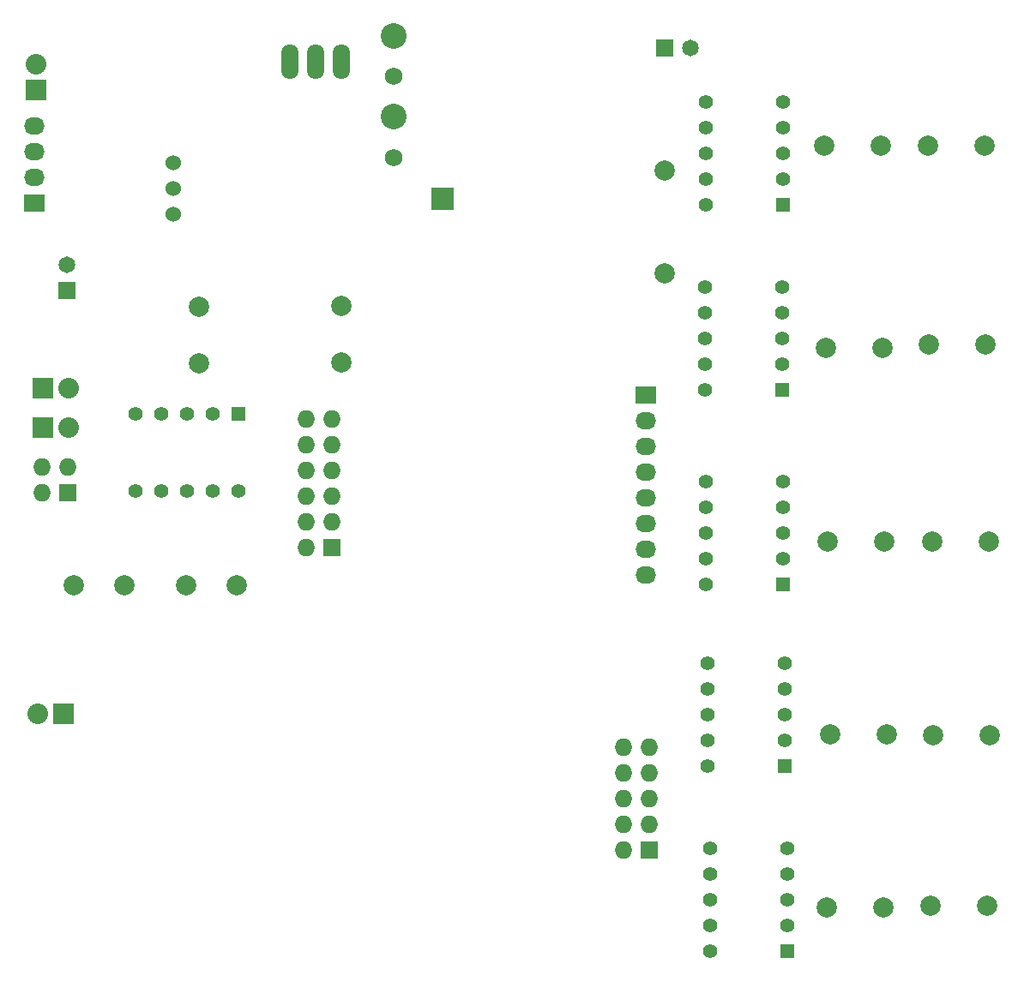
<source format=gbs>
%FSLAX46Y46*%
G04 Gerber Fmt 4.6, Leading zero omitted, Abs format (unit mm)*
G04 Created by KiCad (PCBNEW (2014-10-27 BZR 5228)-product) date 07/01/2015 12:48:53*
%MOMM*%
G01*
G04 APERTURE LIST*
%ADD10C,0.100000*%
%ADD11R,1.651000X1.651000*%
%ADD12C,1.651000*%
%ADD13C,1.998980*%
%ADD14R,2.032000X2.032000*%
%ADD15O,2.032000X2.032000*%
%ADD16R,1.727200X1.727200*%
%ADD17O,1.727200X1.727200*%
%ADD18R,2.235200X2.235200*%
%ADD19R,2.032000X1.727200*%
%ADD20O,2.032000X1.727200*%
%ADD21O,1.699260X3.500120*%
%ADD22C,1.524000*%
%ADD23C,2.540000*%
%ADD24C,1.727200*%
%ADD25R,1.397000X1.397000*%
%ADD26C,1.397000*%
G04 APERTURE END LIST*
D10*
D11*
X105700000Y-78470000D03*
D12*
X105700000Y-75930000D03*
D11*
X164730000Y-54500000D03*
D12*
X167270000Y-54500000D03*
D13*
X164700000Y-76801260D03*
X164700000Y-66641260D03*
X132804000Y-85592000D03*
X132804000Y-80004000D03*
X118704000Y-85692000D03*
X118704000Y-80104000D03*
X185992000Y-64196000D03*
X180404000Y-64196000D03*
X186192000Y-84096000D03*
X180604000Y-84096000D03*
X186392000Y-103296000D03*
X180804000Y-103296000D03*
X186292000Y-139396000D03*
X180704000Y-139396000D03*
X186592000Y-122296000D03*
X181004000Y-122296000D03*
X196292000Y-64196000D03*
X190704000Y-64196000D03*
X196392000Y-83796000D03*
X190804000Y-83796000D03*
X196692000Y-103296000D03*
X191104000Y-103296000D03*
X196492000Y-139296000D03*
X190904000Y-139296000D03*
X196792000Y-122396000D03*
X191204000Y-122396000D03*
D14*
X103330000Y-88100000D03*
D15*
X105870000Y-88100000D03*
D14*
X103330000Y-92000000D03*
D15*
X105870000Y-92000000D03*
D16*
X131870000Y-103850000D03*
D17*
X129330000Y-103850000D03*
X131870000Y-101310000D03*
X129330000Y-101310000D03*
X131870000Y-98770000D03*
X129330000Y-98770000D03*
X131870000Y-96230000D03*
X129330000Y-96230000D03*
X131870000Y-93690000D03*
X129330000Y-93690000D03*
X131870000Y-91150000D03*
X129330000Y-91150000D03*
D14*
X102600000Y-58670000D03*
D15*
X102600000Y-56130000D03*
D14*
X105371900Y-120281700D03*
D15*
X102831900Y-120281700D03*
D18*
X142800000Y-69400000D03*
D19*
X102500000Y-69810000D03*
D20*
X102500000Y-67270000D03*
X102500000Y-64730000D03*
X102500000Y-62190000D03*
D21*
X130200000Y-55900000D03*
X132740000Y-55900000D03*
X127660000Y-55900000D03*
D13*
X111351060Y-107569000D03*
X106349800Y-107569000D03*
X117414040Y-107569000D03*
X122415300Y-107569000D03*
D16*
X105770000Y-98470000D03*
D17*
X105770000Y-95930000D03*
X103230000Y-98470000D03*
X103230000Y-95930000D03*
D22*
X116200000Y-68360000D03*
X116200000Y-65820000D03*
X116200000Y-70900000D03*
D16*
X163144200Y-133781800D03*
D17*
X160604200Y-133781800D03*
X163144200Y-131241800D03*
X160604200Y-131241800D03*
X163144200Y-128701800D03*
X160604200Y-128701800D03*
X163144200Y-126161800D03*
X160604200Y-126161800D03*
X163144200Y-123621800D03*
X160604200Y-123621800D03*
D19*
X162788600Y-88798400D03*
D20*
X162788600Y-91338400D03*
X162788600Y-93878400D03*
X162788600Y-96418400D03*
X162788600Y-98958400D03*
X162788600Y-101498400D03*
X162788600Y-104038400D03*
X162788600Y-106578400D03*
D23*
X137900000Y-53300000D03*
D24*
X137900000Y-57300000D03*
D23*
X137900000Y-61300000D03*
D24*
X137900000Y-65300000D03*
D25*
X122580000Y-90690000D03*
D26*
X120040000Y-90690000D03*
X117500000Y-90690000D03*
X114960000Y-90690000D03*
X112420000Y-90690000D03*
X112420000Y-98310000D03*
X114960000Y-98310000D03*
X117500000Y-98310000D03*
X120040000Y-98310000D03*
X122580000Y-98310000D03*
D25*
X176410000Y-69980000D03*
D26*
X176410000Y-67440000D03*
X176410000Y-64900000D03*
X176410000Y-62360000D03*
X176410000Y-59820000D03*
X168790000Y-59820000D03*
X168790000Y-62360000D03*
X168790000Y-64900000D03*
X168790000Y-67440000D03*
X168790000Y-69980000D03*
D25*
X176310000Y-88280000D03*
D26*
X176310000Y-85740000D03*
X176310000Y-83200000D03*
X176310000Y-80660000D03*
X176310000Y-78120000D03*
X168690000Y-78120000D03*
X168690000Y-80660000D03*
X168690000Y-83200000D03*
X168690000Y-85740000D03*
X168690000Y-88280000D03*
D25*
X176410000Y-107480000D03*
D26*
X176410000Y-104940000D03*
X176410000Y-102400000D03*
X176410000Y-99860000D03*
X176410000Y-97320000D03*
X168790000Y-97320000D03*
X168790000Y-99860000D03*
X168790000Y-102400000D03*
X168790000Y-104940000D03*
X168790000Y-107480000D03*
D25*
X176510000Y-125480000D03*
D26*
X176510000Y-122940000D03*
X176510000Y-120400000D03*
X176510000Y-117860000D03*
X176510000Y-115320000D03*
X168890000Y-115320000D03*
X168890000Y-117860000D03*
X168890000Y-120400000D03*
X168890000Y-122940000D03*
X168890000Y-125480000D03*
D25*
X176810000Y-143780000D03*
D26*
X176810000Y-141240000D03*
X176810000Y-138700000D03*
X176810000Y-136160000D03*
X176810000Y-133620000D03*
X169190000Y-133620000D03*
X169190000Y-136160000D03*
X169190000Y-138700000D03*
X169190000Y-141240000D03*
X169190000Y-143780000D03*
M02*

</source>
